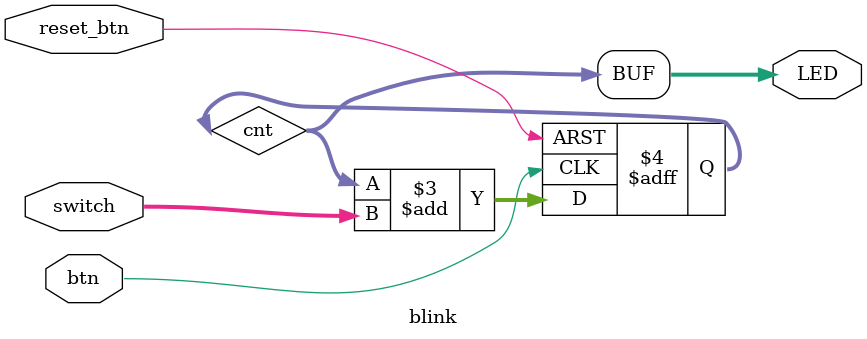
<source format=sv>
module blink (
  input logic btn,
  input logic reset_btn,
  input logic [3:0] switch,
  output logic [7:0] LED
);

logic [7:0] cnt;

always @(negedge btn or negedge reset_btn) begin
  if (!reset_btn) // actually in this case reset_btn is pressed
    cnt = 0;
  else
    cnt += switch;
end

assign LED = cnt[7:0];

endmodule
</source>
